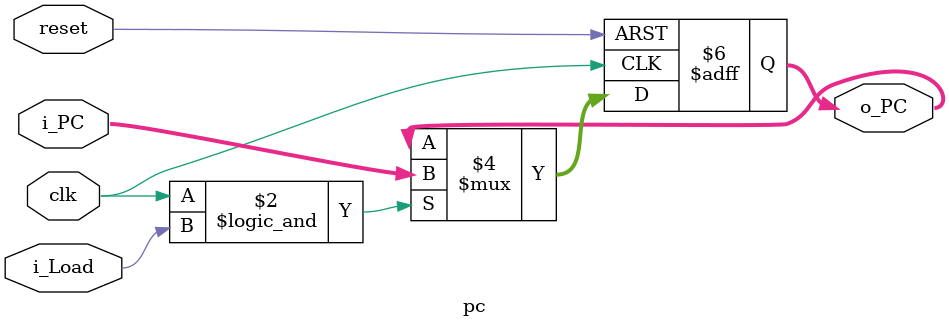
<source format=v>
module pc (
    clk, 
    reset,
    i_Load, 
    i_PC,
    o_PC
    );

    parameter DATA_WIDTH = 32;
    
    input clk;
    input reset;
    input i_Load;
    input [DATA_WIDTH - 1:0] i_PC;

    output reg [DATA_WIDTH - 1:0] o_PC;

    always @(posedge clk, posedge reset) begin
        if (reset) 
            o_PC <= 32'b0;

        else if (clk && i_Load) 
            o_PC <= i_PC;

        else 
            o_PC <= o_PC;
    end

endmodule
</source>
